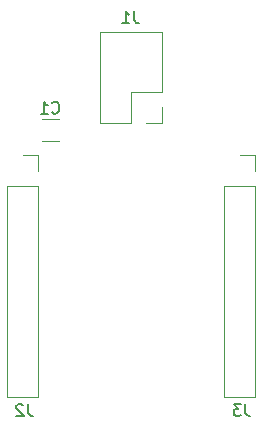
<source format=gbr>
%TF.GenerationSoftware,KiCad,Pcbnew,(6.0.0)*%
%TF.CreationDate,2022-05-30T13:25:02-04:00*%
%TF.ProjectId,JTAG_ISP-ISP,4a544147-5f49-4535-902d-4953502e6b69,v6.0.0*%
%TF.SameCoordinates,Original*%
%TF.FileFunction,Legend,Bot*%
%TF.FilePolarity,Positive*%
%FSLAX46Y46*%
G04 Gerber Fmt 4.6, Leading zero omitted, Abs format (unit mm)*
G04 Created by KiCad (PCBNEW (6.0.0)) date 2022-05-30 13:25:02*
%MOMM*%
%LPD*%
G01*
G04 APERTURE LIST*
%ADD10C,0.150000*%
%ADD11C,0.120000*%
G04 APERTURE END LIST*
D10*
%TO.C,C1*%
X104772691Y-54526511D02*
X104820310Y-54574130D01*
X104963167Y-54621749D01*
X105058405Y-54621749D01*
X105201263Y-54574130D01*
X105296501Y-54478892D01*
X105344120Y-54383654D01*
X105391739Y-54193178D01*
X105391739Y-54050321D01*
X105344120Y-53859845D01*
X105296501Y-53764607D01*
X105201263Y-53669369D01*
X105058405Y-53621749D01*
X104963167Y-53621749D01*
X104820310Y-53669369D01*
X104772691Y-53716988D01*
X103820310Y-54621749D02*
X104391739Y-54621749D01*
X104106025Y-54621749D02*
X104106025Y-53621749D01*
X104201263Y-53764607D01*
X104296501Y-53859845D01*
X104391739Y-53907464D01*
%TO.C,J1*%
X111729311Y-45963545D02*
X111729311Y-46677831D01*
X111776930Y-46820688D01*
X111872168Y-46915926D01*
X112015025Y-46963545D01*
X112110263Y-46963545D01*
X110729311Y-46963545D02*
X111300739Y-46963545D01*
X111015025Y-46963545D02*
X111015025Y-45963545D01*
X111110263Y-46106403D01*
X111205501Y-46201641D01*
X111300739Y-46249260D01*
%TO.C,J3*%
X121139358Y-79221749D02*
X121139358Y-79936035D01*
X121186977Y-80078892D01*
X121282215Y-80174130D01*
X121425072Y-80221749D01*
X121520310Y-80221749D01*
X120758405Y-79221749D02*
X120139358Y-79221749D01*
X120472691Y-79602702D01*
X120329834Y-79602702D01*
X120234596Y-79650321D01*
X120186977Y-79697940D01*
X120139358Y-79793178D01*
X120139358Y-80031273D01*
X120186977Y-80126511D01*
X120234596Y-80174130D01*
X120329834Y-80221749D01*
X120615548Y-80221749D01*
X120710786Y-80174130D01*
X120758405Y-80126511D01*
%TO.C,J2*%
X102739358Y-79221749D02*
X102739358Y-79936035D01*
X102786977Y-80078892D01*
X102882215Y-80174130D01*
X103025072Y-80221749D01*
X103120310Y-80221749D01*
X102310786Y-79316988D02*
X102263167Y-79269369D01*
X102167929Y-79221749D01*
X101929834Y-79221749D01*
X101834596Y-79269369D01*
X101786977Y-79316988D01*
X101739358Y-79412226D01*
X101739358Y-79507464D01*
X101786977Y-79650321D01*
X102358405Y-80221749D01*
X101739358Y-80221749D01*
D11*
%TO.C,C1*%
X105317277Y-56929369D02*
X103894773Y-56929369D01*
X105317277Y-55109369D02*
X103894773Y-55109369D01*
%TO.C,J1*%
X108861016Y-47684368D02*
X114061016Y-47684368D01*
X111461016Y-55424368D02*
X111461016Y-52824368D01*
X114061016Y-52824368D02*
X114061016Y-47684368D01*
X114061016Y-55424368D02*
X114061016Y-54094368D01*
X112731016Y-55424368D02*
X114061016Y-55424368D01*
X111461016Y-52824368D02*
X114061016Y-52824368D01*
X108861016Y-55424368D02*
X108861016Y-47684368D01*
X108861016Y-55424368D02*
X111461016Y-55424368D01*
%TO.C,J3*%
X119312024Y-60747568D02*
X119312024Y-78587568D01*
X121972024Y-60747568D02*
X119312024Y-60747568D01*
X121972024Y-60747568D02*
X121972024Y-78587568D01*
X121972024Y-78587568D02*
X119312024Y-78587568D01*
X121972024Y-59477568D02*
X121972024Y-58147568D01*
X121972024Y-58147568D02*
X120642024Y-58147568D01*
%TO.C,J2*%
X100950008Y-60747568D02*
X100950008Y-78587568D01*
X103610008Y-60747568D02*
X100950008Y-60747568D01*
X103610008Y-78587568D02*
X100950008Y-78587568D01*
X103610008Y-60747568D02*
X103610008Y-78587568D01*
X103610008Y-58147568D02*
X102280008Y-58147568D01*
X103610008Y-59477568D02*
X103610008Y-58147568D01*
%TD*%
M02*

</source>
